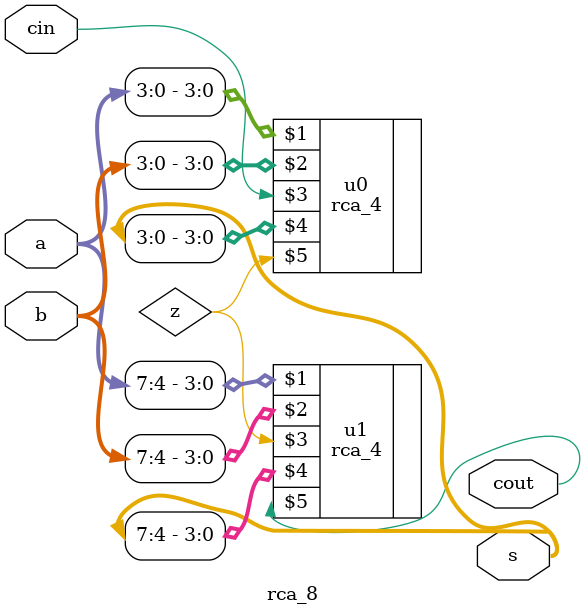
<source format=v>
`timescale 1ns / 1ps

module rca_8(a,b,cin,s,cout);
input [7:0]a,b;
input cin;
output [7:0]s;
output cout;
wire z;
rca_4 u0(a[3:0],b[3:0],cin,s[3:0],z);
rca_4 u1(a[7:4],b[7:4],z,s[7:4],cout);
endmodule
</source>
